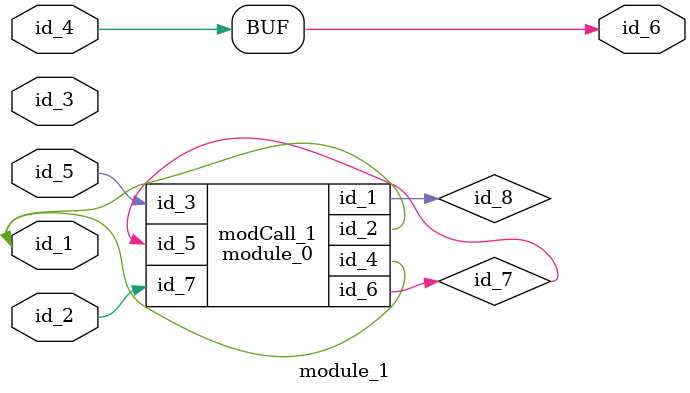
<source format=v>
module module_0 (
    id_1,
    id_2,
    id_3,
    id_4,
    id_5,
    id_6,
    id_7
);
  input wire id_7;
  output wire id_6;
  input wire id_5;
  inout wire id_4;
  input wire id_3;
  inout wire id_2;
  inout wire id_1;
endmodule
module module_1 (
    id_1,
    id_2,
    id_3,
    id_4,
    id_5,
    id_6
);
  output wire id_6;
  input wire id_5;
  input wire id_4;
  input wire id_3;
  inout wire id_2;
  inout wire id_1;
  wire id_7;
  wire id_8;
  always id_6 = id_4;
  module_0 modCall_1 (
      id_8,
      id_1,
      id_5,
      id_1,
      id_7,
      id_7,
      id_2
  );
endmodule

</source>
